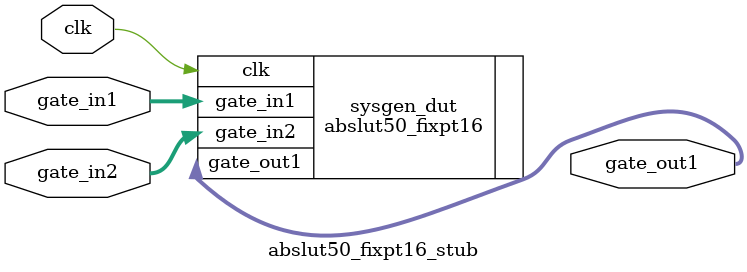
<source format=v>
`timescale 1 ns / 10 ps
module abslut50_fixpt16_stub (
  input [16-1:0] gate_in1,
  input [16-1:0] gate_in2,
  input clk,
  output [16-1:0] gate_out1
);
  abslut50_fixpt16 sysgen_dut (
    .gate_in1(gate_in1),
    .gate_in2(gate_in2),
    .clk(clk),
    .gate_out1(gate_out1)
  );
endmodule

</source>
